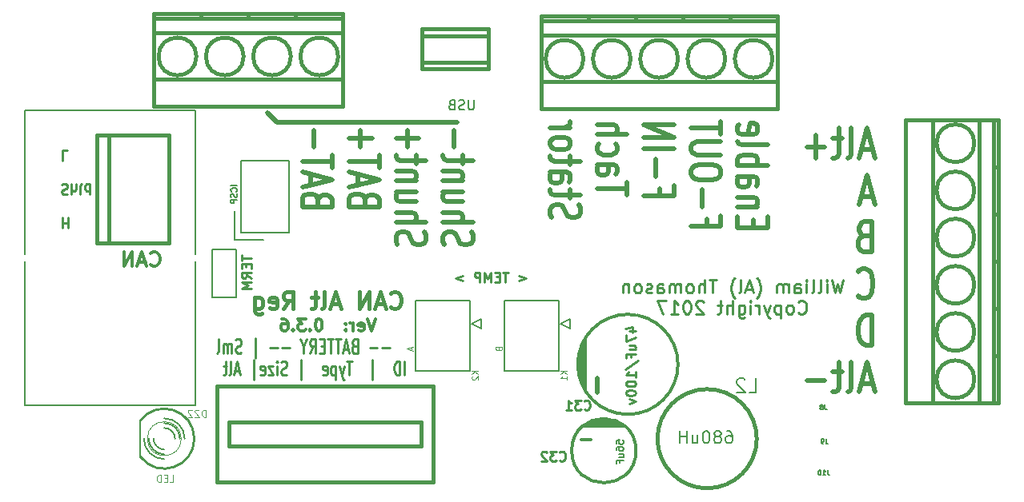
<source format=gbo>
G04 (created by PCBNEW (2013-07-07 BZR 4022)-stable) date 2/4/2017 6:27:51 AM*
%MOIN*%
G04 Gerber Fmt 3.4, Leading zero omitted, Abs format*
%FSLAX34Y34*%
G01*
G70*
G90*
G04 APERTURE LIST*
%ADD10C,0.00590551*%
%ADD11C,0.009*%
%ADD12C,0.012*%
%ADD13C,0.01*%
%ADD14C,0.02*%
%ADD15C,0.0175*%
%ADD16C,0.00787402*%
%ADD17C,0.015*%
%ADD18C,0.005*%
%ADD19C,0.008*%
%ADD20C,0.011811*%
%ADD21C,0.019685*%
%ADD22C,0.003*%
%ADD23C,0.006*%
%ADD24C,0.00625*%
%ADD25C,0.0075*%
%ADD26C,0.0035*%
%ADD27C,0.00393701*%
G04 APERTURE END LIST*
G54D10*
G54D11*
X45677Y-33414D02*
X45365Y-33414D01*
X45170Y-33414D02*
X44857Y-33414D01*
X44213Y-33329D02*
X44154Y-33357D01*
X44135Y-33385D01*
X44115Y-33442D01*
X44115Y-33526D01*
X44135Y-33582D01*
X44154Y-33610D01*
X44193Y-33639D01*
X44350Y-33639D01*
X44350Y-33048D01*
X44213Y-33048D01*
X44174Y-33076D01*
X44154Y-33104D01*
X44135Y-33160D01*
X44135Y-33217D01*
X44154Y-33273D01*
X44174Y-33301D01*
X44213Y-33329D01*
X44350Y-33329D01*
X43959Y-33470D02*
X43764Y-33470D01*
X43998Y-33639D02*
X43861Y-33048D01*
X43725Y-33639D01*
X43647Y-33048D02*
X43412Y-33048D01*
X43529Y-33639D02*
X43529Y-33048D01*
X43334Y-33048D02*
X43100Y-33048D01*
X43217Y-33639D02*
X43217Y-33048D01*
X42963Y-33329D02*
X42827Y-33329D01*
X42768Y-33639D02*
X42963Y-33639D01*
X42963Y-33048D01*
X42768Y-33048D01*
X42358Y-33639D02*
X42495Y-33357D01*
X42592Y-33639D02*
X42592Y-33048D01*
X42436Y-33048D01*
X42397Y-33076D01*
X42378Y-33104D01*
X42358Y-33160D01*
X42358Y-33245D01*
X42378Y-33301D01*
X42397Y-33329D01*
X42436Y-33357D01*
X42592Y-33357D01*
X42104Y-33357D02*
X42104Y-33639D01*
X42241Y-33048D02*
X42104Y-33357D01*
X41968Y-33048D01*
X41519Y-33414D02*
X41206Y-33414D01*
X41011Y-33414D02*
X40699Y-33414D01*
X40093Y-33835D02*
X40093Y-32992D01*
X39508Y-33610D02*
X39449Y-33639D01*
X39351Y-33639D01*
X39312Y-33610D01*
X39293Y-33582D01*
X39273Y-33526D01*
X39273Y-33470D01*
X39293Y-33414D01*
X39312Y-33385D01*
X39351Y-33357D01*
X39429Y-33329D01*
X39469Y-33301D01*
X39488Y-33273D01*
X39508Y-33217D01*
X39508Y-33160D01*
X39488Y-33104D01*
X39469Y-33076D01*
X39429Y-33048D01*
X39332Y-33048D01*
X39273Y-33076D01*
X39098Y-33639D02*
X39098Y-33245D01*
X39098Y-33301D02*
X39078Y-33273D01*
X39039Y-33245D01*
X38980Y-33245D01*
X38941Y-33273D01*
X38922Y-33329D01*
X38922Y-33639D01*
X38922Y-33329D02*
X38902Y-33273D01*
X38863Y-33245D01*
X38805Y-33245D01*
X38766Y-33273D01*
X38746Y-33329D01*
X38746Y-33639D01*
X38492Y-33639D02*
X38531Y-33610D01*
X38551Y-33554D01*
X38551Y-33048D01*
X46302Y-34555D02*
X46302Y-33965D01*
X46107Y-34555D02*
X46107Y-33965D01*
X46009Y-33965D01*
X45950Y-33993D01*
X45911Y-34049D01*
X45892Y-34105D01*
X45872Y-34218D01*
X45872Y-34302D01*
X45892Y-34415D01*
X45911Y-34471D01*
X45950Y-34527D01*
X46009Y-34555D01*
X46107Y-34555D01*
X44974Y-34752D02*
X44974Y-33909D01*
X44115Y-33965D02*
X43881Y-33965D01*
X43998Y-34555D02*
X43998Y-33965D01*
X43783Y-34162D02*
X43686Y-34555D01*
X43588Y-34162D02*
X43686Y-34555D01*
X43725Y-34696D01*
X43744Y-34724D01*
X43783Y-34752D01*
X43432Y-34162D02*
X43432Y-34752D01*
X43432Y-34190D02*
X43393Y-34162D01*
X43315Y-34162D01*
X43276Y-34190D01*
X43256Y-34218D01*
X43237Y-34274D01*
X43237Y-34443D01*
X43256Y-34499D01*
X43276Y-34527D01*
X43315Y-34555D01*
X43393Y-34555D01*
X43432Y-34527D01*
X42905Y-34527D02*
X42944Y-34555D01*
X43022Y-34555D01*
X43061Y-34527D01*
X43080Y-34471D01*
X43080Y-34246D01*
X43061Y-34190D01*
X43022Y-34162D01*
X42944Y-34162D01*
X42905Y-34190D01*
X42885Y-34246D01*
X42885Y-34302D01*
X43080Y-34358D01*
X41987Y-34752D02*
X41987Y-33909D01*
X41401Y-34527D02*
X41343Y-34555D01*
X41245Y-34555D01*
X41206Y-34527D01*
X41187Y-34499D01*
X41167Y-34443D01*
X41167Y-34387D01*
X41187Y-34330D01*
X41206Y-34302D01*
X41245Y-34274D01*
X41323Y-34246D01*
X41362Y-34218D01*
X41382Y-34190D01*
X41401Y-34133D01*
X41401Y-34077D01*
X41382Y-34021D01*
X41362Y-33993D01*
X41323Y-33965D01*
X41226Y-33965D01*
X41167Y-33993D01*
X40991Y-34555D02*
X40991Y-34162D01*
X40991Y-33965D02*
X41011Y-33993D01*
X40991Y-34021D01*
X40972Y-33993D01*
X40991Y-33965D01*
X40991Y-34021D01*
X40835Y-34162D02*
X40620Y-34162D01*
X40835Y-34555D01*
X40620Y-34555D01*
X40308Y-34527D02*
X40347Y-34555D01*
X40425Y-34555D01*
X40464Y-34527D01*
X40484Y-34471D01*
X40484Y-34246D01*
X40464Y-34190D01*
X40425Y-34162D01*
X40347Y-34162D01*
X40308Y-34190D01*
X40289Y-34246D01*
X40289Y-34302D01*
X40484Y-34358D01*
X40015Y-34752D02*
X40015Y-33909D01*
X39429Y-34387D02*
X39234Y-34387D01*
X39469Y-34555D02*
X39332Y-33965D01*
X39195Y-34555D01*
X39000Y-34555D02*
X39039Y-34527D01*
X39059Y-34471D01*
X39059Y-33965D01*
X38902Y-34162D02*
X38746Y-34162D01*
X38844Y-33965D02*
X38844Y-34471D01*
X38824Y-34527D01*
X38785Y-34555D01*
X38746Y-34555D01*
G54D12*
X45088Y-32202D02*
X44921Y-32702D01*
X44754Y-32202D01*
X44397Y-32678D02*
X44445Y-32702D01*
X44540Y-32702D01*
X44588Y-32678D01*
X44611Y-32630D01*
X44611Y-32440D01*
X44588Y-32392D01*
X44540Y-32369D01*
X44445Y-32369D01*
X44397Y-32392D01*
X44373Y-32440D01*
X44373Y-32488D01*
X44611Y-32535D01*
X44159Y-32702D02*
X44159Y-32369D01*
X44159Y-32464D02*
X44135Y-32416D01*
X44111Y-32392D01*
X44064Y-32369D01*
X44016Y-32369D01*
X43850Y-32654D02*
X43826Y-32678D01*
X43850Y-32702D01*
X43873Y-32678D01*
X43850Y-32654D01*
X43850Y-32702D01*
X43850Y-32392D02*
X43826Y-32416D01*
X43850Y-32440D01*
X43873Y-32416D01*
X43850Y-32392D01*
X43850Y-32440D01*
X42754Y-32202D02*
X42707Y-32202D01*
X42659Y-32226D01*
X42635Y-32250D01*
X42611Y-32297D01*
X42588Y-32392D01*
X42588Y-32511D01*
X42611Y-32607D01*
X42635Y-32654D01*
X42659Y-32678D01*
X42707Y-32702D01*
X42754Y-32702D01*
X42802Y-32678D01*
X42826Y-32654D01*
X42850Y-32607D01*
X42873Y-32511D01*
X42873Y-32392D01*
X42850Y-32297D01*
X42826Y-32250D01*
X42802Y-32226D01*
X42754Y-32202D01*
X42373Y-32654D02*
X42350Y-32678D01*
X42373Y-32702D01*
X42397Y-32678D01*
X42373Y-32654D01*
X42373Y-32702D01*
X42183Y-32202D02*
X41873Y-32202D01*
X42040Y-32392D01*
X41969Y-32392D01*
X41921Y-32416D01*
X41897Y-32440D01*
X41873Y-32488D01*
X41873Y-32607D01*
X41897Y-32654D01*
X41921Y-32678D01*
X41969Y-32702D01*
X42111Y-32702D01*
X42159Y-32678D01*
X42183Y-32654D01*
X41659Y-32654D02*
X41635Y-32678D01*
X41659Y-32702D01*
X41683Y-32678D01*
X41659Y-32654D01*
X41659Y-32702D01*
X41207Y-32202D02*
X41302Y-32202D01*
X41350Y-32226D01*
X41373Y-32250D01*
X41421Y-32321D01*
X41445Y-32416D01*
X41445Y-32607D01*
X41421Y-32654D01*
X41397Y-32678D01*
X41350Y-32702D01*
X41254Y-32702D01*
X41207Y-32678D01*
X41183Y-32654D01*
X41159Y-32607D01*
X41159Y-32488D01*
X41183Y-32440D01*
X41207Y-32416D01*
X41254Y-32392D01*
X41350Y-32392D01*
X41397Y-32416D01*
X41421Y-32440D01*
X41445Y-32488D01*
G54D13*
X51061Y-30395D02*
X51366Y-30509D01*
X51061Y-30623D01*
X50623Y-30261D02*
X50395Y-30261D01*
X50509Y-30661D02*
X50509Y-30261D01*
X50261Y-30452D02*
X50128Y-30452D01*
X50071Y-30661D02*
X50261Y-30661D01*
X50261Y-30261D01*
X50071Y-30261D01*
X49900Y-30661D02*
X49900Y-30261D01*
X49766Y-30547D01*
X49633Y-30261D01*
X49633Y-30661D01*
X49442Y-30661D02*
X49442Y-30261D01*
X49290Y-30261D01*
X49252Y-30280D01*
X49233Y-30300D01*
X49214Y-30338D01*
X49214Y-30395D01*
X49233Y-30433D01*
X49252Y-30452D01*
X49290Y-30471D01*
X49442Y-30471D01*
X48738Y-30395D02*
X48433Y-30509D01*
X48738Y-30623D01*
G54D14*
X41000Y-24000D02*
X40600Y-23600D01*
X48500Y-24000D02*
X41000Y-24000D01*
G54D13*
X64559Y-30572D02*
X64428Y-31122D01*
X64323Y-30729D01*
X64219Y-31122D01*
X64088Y-30572D01*
X63878Y-31122D02*
X63878Y-30755D01*
X63878Y-30572D02*
X63904Y-30598D01*
X63878Y-30625D01*
X63852Y-30598D01*
X63878Y-30572D01*
X63878Y-30625D01*
X63538Y-31122D02*
X63590Y-31096D01*
X63616Y-31044D01*
X63616Y-30572D01*
X63250Y-31122D02*
X63302Y-31096D01*
X63328Y-31044D01*
X63328Y-30572D01*
X63040Y-31122D02*
X63040Y-30755D01*
X63040Y-30572D02*
X63066Y-30598D01*
X63040Y-30625D01*
X63014Y-30598D01*
X63040Y-30572D01*
X63040Y-30625D01*
X62542Y-31122D02*
X62542Y-30834D01*
X62569Y-30782D01*
X62621Y-30755D01*
X62726Y-30755D01*
X62778Y-30782D01*
X62542Y-31096D02*
X62595Y-31122D01*
X62726Y-31122D01*
X62778Y-31096D01*
X62804Y-31044D01*
X62804Y-30991D01*
X62778Y-30939D01*
X62726Y-30913D01*
X62595Y-30913D01*
X62542Y-30886D01*
X62280Y-31122D02*
X62280Y-30755D01*
X62280Y-30808D02*
X62254Y-30782D01*
X62202Y-30755D01*
X62123Y-30755D01*
X62071Y-30782D01*
X62045Y-30834D01*
X62045Y-31122D01*
X62045Y-30834D02*
X62019Y-30782D01*
X61966Y-30755D01*
X61888Y-30755D01*
X61835Y-30782D01*
X61809Y-30834D01*
X61809Y-31122D01*
X60971Y-31332D02*
X60997Y-31305D01*
X61050Y-31227D01*
X61076Y-31175D01*
X61102Y-31096D01*
X61128Y-30965D01*
X61128Y-30860D01*
X61102Y-30729D01*
X61076Y-30651D01*
X61050Y-30598D01*
X60997Y-30520D01*
X60971Y-30494D01*
X60788Y-30965D02*
X60526Y-30965D01*
X60840Y-31122D02*
X60657Y-30572D01*
X60473Y-31122D01*
X60211Y-31122D02*
X60264Y-31096D01*
X60290Y-31044D01*
X60290Y-30572D01*
X60054Y-31332D02*
X60028Y-31305D01*
X59976Y-31227D01*
X59949Y-31175D01*
X59923Y-31096D01*
X59897Y-30965D01*
X59897Y-30860D01*
X59923Y-30729D01*
X59949Y-30651D01*
X59976Y-30598D01*
X60028Y-30520D01*
X60054Y-30494D01*
X59295Y-30572D02*
X58980Y-30572D01*
X59138Y-31122D02*
X59138Y-30572D01*
X58797Y-31122D02*
X58797Y-30572D01*
X58561Y-31122D02*
X58561Y-30834D01*
X58588Y-30782D01*
X58640Y-30755D01*
X58719Y-30755D01*
X58771Y-30782D01*
X58797Y-30808D01*
X58221Y-31122D02*
X58273Y-31096D01*
X58300Y-31070D01*
X58326Y-31017D01*
X58326Y-30860D01*
X58300Y-30808D01*
X58273Y-30782D01*
X58221Y-30755D01*
X58142Y-30755D01*
X58090Y-30782D01*
X58064Y-30808D01*
X58038Y-30860D01*
X58038Y-31017D01*
X58064Y-31070D01*
X58090Y-31096D01*
X58142Y-31122D01*
X58221Y-31122D01*
X57802Y-31122D02*
X57802Y-30755D01*
X57802Y-30808D02*
X57776Y-30782D01*
X57723Y-30755D01*
X57645Y-30755D01*
X57592Y-30782D01*
X57566Y-30834D01*
X57566Y-31122D01*
X57566Y-30834D02*
X57540Y-30782D01*
X57488Y-30755D01*
X57409Y-30755D01*
X57357Y-30782D01*
X57330Y-30834D01*
X57330Y-31122D01*
X56833Y-31122D02*
X56833Y-30834D01*
X56859Y-30782D01*
X56911Y-30755D01*
X57016Y-30755D01*
X57069Y-30782D01*
X56833Y-31096D02*
X56885Y-31122D01*
X57016Y-31122D01*
X57069Y-31096D01*
X57095Y-31044D01*
X57095Y-30991D01*
X57069Y-30939D01*
X57016Y-30913D01*
X56885Y-30913D01*
X56833Y-30886D01*
X56597Y-31096D02*
X56545Y-31122D01*
X56440Y-31122D01*
X56388Y-31096D01*
X56361Y-31044D01*
X56361Y-31017D01*
X56388Y-30965D01*
X56440Y-30939D01*
X56519Y-30939D01*
X56571Y-30913D01*
X56597Y-30860D01*
X56597Y-30834D01*
X56571Y-30782D01*
X56519Y-30755D01*
X56440Y-30755D01*
X56388Y-30782D01*
X56047Y-31122D02*
X56100Y-31096D01*
X56126Y-31070D01*
X56152Y-31017D01*
X56152Y-30860D01*
X56126Y-30808D01*
X56100Y-30782D01*
X56047Y-30755D01*
X55969Y-30755D01*
X55916Y-30782D01*
X55890Y-30808D01*
X55864Y-30860D01*
X55864Y-31017D01*
X55890Y-31070D01*
X55916Y-31096D01*
X55969Y-31122D01*
X56047Y-31122D01*
X55628Y-30755D02*
X55628Y-31122D01*
X55628Y-30808D02*
X55602Y-30782D01*
X55550Y-30755D01*
X55471Y-30755D01*
X55419Y-30782D01*
X55392Y-30834D01*
X55392Y-31122D01*
X62699Y-31940D02*
X62726Y-31966D01*
X62804Y-31992D01*
X62857Y-31992D01*
X62935Y-31966D01*
X62988Y-31914D01*
X63014Y-31861D01*
X63040Y-31756D01*
X63040Y-31678D01*
X63014Y-31573D01*
X62988Y-31521D01*
X62935Y-31468D01*
X62857Y-31442D01*
X62804Y-31442D01*
X62726Y-31468D01*
X62699Y-31495D01*
X62385Y-31992D02*
X62438Y-31966D01*
X62464Y-31940D01*
X62490Y-31887D01*
X62490Y-31730D01*
X62464Y-31678D01*
X62438Y-31652D01*
X62385Y-31625D01*
X62307Y-31625D01*
X62254Y-31652D01*
X62228Y-31678D01*
X62202Y-31730D01*
X62202Y-31887D01*
X62228Y-31940D01*
X62254Y-31966D01*
X62307Y-31992D01*
X62385Y-31992D01*
X61966Y-31625D02*
X61966Y-32175D01*
X61966Y-31652D02*
X61914Y-31625D01*
X61809Y-31625D01*
X61757Y-31652D01*
X61730Y-31678D01*
X61704Y-31730D01*
X61704Y-31887D01*
X61730Y-31940D01*
X61757Y-31966D01*
X61809Y-31992D01*
X61914Y-31992D01*
X61966Y-31966D01*
X61521Y-31625D02*
X61390Y-31992D01*
X61259Y-31625D02*
X61390Y-31992D01*
X61442Y-32123D01*
X61469Y-32149D01*
X61521Y-32175D01*
X61050Y-31992D02*
X61050Y-31625D01*
X61050Y-31730D02*
X61023Y-31678D01*
X60997Y-31652D01*
X60945Y-31625D01*
X60892Y-31625D01*
X60709Y-31992D02*
X60709Y-31625D01*
X60709Y-31442D02*
X60735Y-31468D01*
X60709Y-31495D01*
X60683Y-31468D01*
X60709Y-31442D01*
X60709Y-31495D01*
X60211Y-31625D02*
X60211Y-32071D01*
X60238Y-32123D01*
X60264Y-32149D01*
X60316Y-32175D01*
X60395Y-32175D01*
X60447Y-32149D01*
X60211Y-31966D02*
X60264Y-31992D01*
X60369Y-31992D01*
X60421Y-31966D01*
X60447Y-31940D01*
X60473Y-31887D01*
X60473Y-31730D01*
X60447Y-31678D01*
X60421Y-31652D01*
X60369Y-31625D01*
X60264Y-31625D01*
X60211Y-31652D01*
X59950Y-31992D02*
X59950Y-31442D01*
X59714Y-31992D02*
X59714Y-31704D01*
X59740Y-31652D01*
X59792Y-31625D01*
X59871Y-31625D01*
X59923Y-31652D01*
X59950Y-31678D01*
X59530Y-31625D02*
X59321Y-31625D01*
X59452Y-31442D02*
X59452Y-31914D01*
X59426Y-31966D01*
X59373Y-31992D01*
X59321Y-31992D01*
X58745Y-31495D02*
X58719Y-31468D01*
X58666Y-31442D01*
X58535Y-31442D01*
X58483Y-31468D01*
X58457Y-31495D01*
X58430Y-31547D01*
X58430Y-31599D01*
X58457Y-31678D01*
X58771Y-31992D01*
X58430Y-31992D01*
X58090Y-31442D02*
X58038Y-31442D01*
X57985Y-31468D01*
X57959Y-31495D01*
X57933Y-31547D01*
X57907Y-31652D01*
X57907Y-31783D01*
X57933Y-31887D01*
X57959Y-31940D01*
X57985Y-31966D01*
X58038Y-31992D01*
X58090Y-31992D01*
X58142Y-31966D01*
X58169Y-31940D01*
X58195Y-31887D01*
X58221Y-31783D01*
X58221Y-31652D01*
X58195Y-31547D01*
X58169Y-31495D01*
X58142Y-31468D01*
X58090Y-31442D01*
X57383Y-31992D02*
X57697Y-31992D01*
X57540Y-31992D02*
X57540Y-31442D01*
X57592Y-31521D01*
X57645Y-31573D01*
X57697Y-31599D01*
X57200Y-31442D02*
X56833Y-31442D01*
X57069Y-31992D01*
G54D14*
X47953Y-29121D02*
X47894Y-28985D01*
X47894Y-28759D01*
X47953Y-28669D01*
X48013Y-28623D01*
X48132Y-28578D01*
X48251Y-28578D01*
X48370Y-28623D01*
X48429Y-28669D01*
X48489Y-28759D01*
X48548Y-28940D01*
X48608Y-29030D01*
X48667Y-29076D01*
X48786Y-29121D01*
X48905Y-29121D01*
X49025Y-29076D01*
X49084Y-29030D01*
X49144Y-28940D01*
X49144Y-28714D01*
X49084Y-28578D01*
X47894Y-28171D02*
X49144Y-28171D01*
X47894Y-27764D02*
X48548Y-27764D01*
X48667Y-27809D01*
X48727Y-27899D01*
X48727Y-28035D01*
X48667Y-28126D01*
X48608Y-28171D01*
X48727Y-26904D02*
X47894Y-26904D01*
X48727Y-27311D02*
X48072Y-27311D01*
X47953Y-27266D01*
X47894Y-27176D01*
X47894Y-27040D01*
X47953Y-26949D01*
X48013Y-26904D01*
X48727Y-26452D02*
X47894Y-26452D01*
X48608Y-26452D02*
X48667Y-26407D01*
X48727Y-26316D01*
X48727Y-26180D01*
X48667Y-26090D01*
X48548Y-26045D01*
X47894Y-26045D01*
X48727Y-25728D02*
X48727Y-25366D01*
X49144Y-25592D02*
X48072Y-25592D01*
X47953Y-25547D01*
X47894Y-25457D01*
X47894Y-25366D01*
X48370Y-25050D02*
X48370Y-24326D01*
X46003Y-29121D02*
X45944Y-28985D01*
X45944Y-28759D01*
X46003Y-28669D01*
X46063Y-28623D01*
X46182Y-28578D01*
X46301Y-28578D01*
X46420Y-28623D01*
X46479Y-28669D01*
X46539Y-28759D01*
X46598Y-28940D01*
X46658Y-29030D01*
X46717Y-29076D01*
X46836Y-29121D01*
X46955Y-29121D01*
X47075Y-29076D01*
X47134Y-29030D01*
X47194Y-28940D01*
X47194Y-28714D01*
X47134Y-28578D01*
X45944Y-28171D02*
X47194Y-28171D01*
X45944Y-27764D02*
X46598Y-27764D01*
X46717Y-27809D01*
X46777Y-27899D01*
X46777Y-28035D01*
X46717Y-28126D01*
X46658Y-28171D01*
X46777Y-26904D02*
X45944Y-26904D01*
X46777Y-27311D02*
X46122Y-27311D01*
X46003Y-27266D01*
X45944Y-27176D01*
X45944Y-27040D01*
X46003Y-26949D01*
X46063Y-26904D01*
X46777Y-26452D02*
X45944Y-26452D01*
X46658Y-26452D02*
X46717Y-26407D01*
X46777Y-26316D01*
X46777Y-26180D01*
X46717Y-26090D01*
X46598Y-26045D01*
X45944Y-26045D01*
X46777Y-25728D02*
X46777Y-25366D01*
X47194Y-25592D02*
X46122Y-25592D01*
X46003Y-25547D01*
X45944Y-25457D01*
X45944Y-25366D01*
X46420Y-25050D02*
X46420Y-24326D01*
X45944Y-24688D02*
X46896Y-24688D01*
X44648Y-27221D02*
X44589Y-27085D01*
X44529Y-27040D01*
X44410Y-26995D01*
X44232Y-26995D01*
X44113Y-27040D01*
X44053Y-27085D01*
X43994Y-27176D01*
X43994Y-27538D01*
X45244Y-27538D01*
X45244Y-27221D01*
X45184Y-27130D01*
X45125Y-27085D01*
X45005Y-27040D01*
X44886Y-27040D01*
X44767Y-27085D01*
X44708Y-27130D01*
X44648Y-27221D01*
X44648Y-27538D01*
X44351Y-26633D02*
X44351Y-26180D01*
X43994Y-26723D02*
X45244Y-26407D01*
X43994Y-26090D01*
X45244Y-25909D02*
X45244Y-25366D01*
X43994Y-25638D02*
X45244Y-25638D01*
X44470Y-25050D02*
X44470Y-24326D01*
X43994Y-24688D02*
X44946Y-24688D01*
X42698Y-27221D02*
X42639Y-27085D01*
X42579Y-27040D01*
X42460Y-26995D01*
X42282Y-26995D01*
X42163Y-27040D01*
X42103Y-27085D01*
X42044Y-27176D01*
X42044Y-27538D01*
X43294Y-27538D01*
X43294Y-27221D01*
X43234Y-27130D01*
X43175Y-27085D01*
X43055Y-27040D01*
X42936Y-27040D01*
X42817Y-27085D01*
X42758Y-27130D01*
X42698Y-27221D01*
X42698Y-27538D01*
X42401Y-26633D02*
X42401Y-26180D01*
X42044Y-26723D02*
X43294Y-26407D01*
X42044Y-26090D01*
X43294Y-25909D02*
X43294Y-25366D01*
X42044Y-25638D02*
X43294Y-25638D01*
X42520Y-25050D02*
X42520Y-24326D01*
X60828Y-28393D02*
X60828Y-28077D01*
X60174Y-27941D02*
X60174Y-28393D01*
X61424Y-28393D01*
X61424Y-27941D01*
X61007Y-27534D02*
X60174Y-27534D01*
X60888Y-27534D02*
X60947Y-27489D01*
X61007Y-27398D01*
X61007Y-27262D01*
X60947Y-27172D01*
X60828Y-27127D01*
X60174Y-27127D01*
X60174Y-26267D02*
X60828Y-26267D01*
X60947Y-26312D01*
X61007Y-26403D01*
X61007Y-26584D01*
X60947Y-26674D01*
X60233Y-26267D02*
X60174Y-26358D01*
X60174Y-26584D01*
X60233Y-26674D01*
X60352Y-26719D01*
X60471Y-26719D01*
X60590Y-26674D01*
X60650Y-26584D01*
X60650Y-26358D01*
X60709Y-26267D01*
X60174Y-25815D02*
X61424Y-25815D01*
X60947Y-25815D02*
X61007Y-25724D01*
X61007Y-25543D01*
X60947Y-25453D01*
X60888Y-25408D01*
X60769Y-25362D01*
X60412Y-25362D01*
X60293Y-25408D01*
X60233Y-25453D01*
X60174Y-25543D01*
X60174Y-25724D01*
X60233Y-25815D01*
X60174Y-24820D02*
X60233Y-24910D01*
X60352Y-24955D01*
X61424Y-24955D01*
X60233Y-24096D02*
X60174Y-24186D01*
X60174Y-24367D01*
X60233Y-24458D01*
X60352Y-24503D01*
X60828Y-24503D01*
X60947Y-24458D01*
X61007Y-24367D01*
X61007Y-24186D01*
X60947Y-24096D01*
X60828Y-24050D01*
X60709Y-24050D01*
X60590Y-24503D01*
X58878Y-28031D02*
X58878Y-28348D01*
X58224Y-28348D02*
X59474Y-28348D01*
X59474Y-27896D01*
X58700Y-27534D02*
X58700Y-26810D01*
X59474Y-26177D02*
X59474Y-25996D01*
X59414Y-25905D01*
X59295Y-25815D01*
X59057Y-25770D01*
X58640Y-25770D01*
X58402Y-25815D01*
X58283Y-25905D01*
X58224Y-25996D01*
X58224Y-26177D01*
X58283Y-26267D01*
X58402Y-26358D01*
X58640Y-26403D01*
X59057Y-26403D01*
X59295Y-26358D01*
X59414Y-26267D01*
X59474Y-26177D01*
X59474Y-25362D02*
X58462Y-25362D01*
X58343Y-25317D01*
X58283Y-25272D01*
X58224Y-25181D01*
X58224Y-25000D01*
X58283Y-24910D01*
X58343Y-24865D01*
X58462Y-24820D01*
X59474Y-24820D01*
X59474Y-24503D02*
X59474Y-23960D01*
X58224Y-24231D02*
X59474Y-24231D01*
X56928Y-26765D02*
X56928Y-27081D01*
X56274Y-27081D02*
X57524Y-27081D01*
X57524Y-26629D01*
X56750Y-26267D02*
X56750Y-25543D01*
X56274Y-25091D02*
X57524Y-25091D01*
X56274Y-24639D02*
X57524Y-24639D01*
X56274Y-24096D01*
X57524Y-24096D01*
X55574Y-27036D02*
X55574Y-26493D01*
X54324Y-26765D02*
X55574Y-26765D01*
X54324Y-25769D02*
X54978Y-25769D01*
X55097Y-25815D01*
X55157Y-25905D01*
X55157Y-26086D01*
X55097Y-26177D01*
X54383Y-25769D02*
X54324Y-25860D01*
X54324Y-26086D01*
X54383Y-26177D01*
X54502Y-26222D01*
X54621Y-26222D01*
X54740Y-26177D01*
X54800Y-26086D01*
X54800Y-25860D01*
X54859Y-25769D01*
X54383Y-24910D02*
X54324Y-25000D01*
X54324Y-25181D01*
X54383Y-25272D01*
X54443Y-25317D01*
X54562Y-25362D01*
X54919Y-25362D01*
X55038Y-25317D01*
X55097Y-25272D01*
X55157Y-25181D01*
X55157Y-25000D01*
X55097Y-24910D01*
X54324Y-24503D02*
X55574Y-24503D01*
X54324Y-24096D02*
X54978Y-24096D01*
X55097Y-24141D01*
X55157Y-24231D01*
X55157Y-24367D01*
X55097Y-24458D01*
X55038Y-24503D01*
X52433Y-27986D02*
X52374Y-27850D01*
X52374Y-27624D01*
X52433Y-27534D01*
X52493Y-27489D01*
X52612Y-27443D01*
X52731Y-27443D01*
X52850Y-27489D01*
X52909Y-27534D01*
X52969Y-27624D01*
X53028Y-27805D01*
X53088Y-27896D01*
X53147Y-27941D01*
X53266Y-27986D01*
X53385Y-27986D01*
X53505Y-27941D01*
X53564Y-27896D01*
X53624Y-27805D01*
X53624Y-27579D01*
X53564Y-27443D01*
X53207Y-27172D02*
X53207Y-26810D01*
X53624Y-27036D02*
X52552Y-27036D01*
X52433Y-26991D01*
X52374Y-26900D01*
X52374Y-26810D01*
X52374Y-26086D02*
X53028Y-26086D01*
X53147Y-26131D01*
X53207Y-26222D01*
X53207Y-26403D01*
X53147Y-26493D01*
X52433Y-26086D02*
X52374Y-26177D01*
X52374Y-26403D01*
X52433Y-26493D01*
X52552Y-26539D01*
X52671Y-26539D01*
X52790Y-26493D01*
X52850Y-26403D01*
X52850Y-26177D01*
X52909Y-26086D01*
X53207Y-25769D02*
X53207Y-25408D01*
X53624Y-25634D02*
X52552Y-25634D01*
X52433Y-25589D01*
X52374Y-25498D01*
X52374Y-25408D01*
X52374Y-24955D02*
X52433Y-25046D01*
X52493Y-25091D01*
X52612Y-25136D01*
X52969Y-25136D01*
X53088Y-25091D01*
X53147Y-25046D01*
X53207Y-24955D01*
X53207Y-24820D01*
X53147Y-24729D01*
X53088Y-24684D01*
X52969Y-24639D01*
X52612Y-24639D01*
X52493Y-24684D01*
X52433Y-24729D01*
X52374Y-24820D01*
X52374Y-24955D01*
X52374Y-24231D02*
X53207Y-24231D01*
X52969Y-24231D02*
X53088Y-24186D01*
X53147Y-24141D01*
X53207Y-24050D01*
X53207Y-23960D01*
X65809Y-25148D02*
X65333Y-25148D01*
X65904Y-25505D02*
X65571Y-24255D01*
X65238Y-25505D01*
X64761Y-25505D02*
X64857Y-25446D01*
X64904Y-25327D01*
X64904Y-24255D01*
X64523Y-24672D02*
X64142Y-24672D01*
X64380Y-24255D02*
X64380Y-25327D01*
X64333Y-25446D01*
X64238Y-25505D01*
X64142Y-25505D01*
X63809Y-25029D02*
X63047Y-25029D01*
X63428Y-25505D02*
X63428Y-24553D01*
X65809Y-27098D02*
X65333Y-27098D01*
X65904Y-27455D02*
X65571Y-26205D01*
X65238Y-27455D01*
X65428Y-28751D02*
X65285Y-28810D01*
X65238Y-28870D01*
X65190Y-28989D01*
X65190Y-29167D01*
X65238Y-29286D01*
X65285Y-29346D01*
X65380Y-29405D01*
X65761Y-29405D01*
X65761Y-28155D01*
X65428Y-28155D01*
X65333Y-28215D01*
X65285Y-28275D01*
X65238Y-28394D01*
X65238Y-28513D01*
X65285Y-28632D01*
X65333Y-28691D01*
X65428Y-28751D01*
X65761Y-28751D01*
X65190Y-31236D02*
X65238Y-31296D01*
X65380Y-31355D01*
X65476Y-31355D01*
X65619Y-31296D01*
X65714Y-31177D01*
X65761Y-31058D01*
X65809Y-30820D01*
X65809Y-30641D01*
X65761Y-30403D01*
X65714Y-30284D01*
X65619Y-30165D01*
X65476Y-30105D01*
X65380Y-30105D01*
X65238Y-30165D01*
X65190Y-30225D01*
X65761Y-33305D02*
X65761Y-32055D01*
X65523Y-32055D01*
X65380Y-32115D01*
X65285Y-32234D01*
X65238Y-32353D01*
X65190Y-32591D01*
X65190Y-32770D01*
X65238Y-33008D01*
X65285Y-33127D01*
X65380Y-33246D01*
X65523Y-33305D01*
X65761Y-33305D01*
X65809Y-34898D02*
X65333Y-34898D01*
X65904Y-35255D02*
X65571Y-34005D01*
X65238Y-35255D01*
X64761Y-35255D02*
X64857Y-35196D01*
X64904Y-35077D01*
X64904Y-34005D01*
X64523Y-34422D02*
X64142Y-34422D01*
X64380Y-34005D02*
X64380Y-35077D01*
X64333Y-35196D01*
X64238Y-35255D01*
X64142Y-35255D01*
X63809Y-34779D02*
X63047Y-34779D01*
G54D15*
X45733Y-31716D02*
X45766Y-31750D01*
X45866Y-31783D01*
X45933Y-31783D01*
X46033Y-31750D01*
X46100Y-31683D01*
X46133Y-31616D01*
X46166Y-31483D01*
X46166Y-31383D01*
X46133Y-31250D01*
X46100Y-31183D01*
X46033Y-31116D01*
X45933Y-31083D01*
X45866Y-31083D01*
X45766Y-31116D01*
X45733Y-31150D01*
X45466Y-31583D02*
X45133Y-31583D01*
X45533Y-31783D02*
X45300Y-31083D01*
X45066Y-31783D01*
X44833Y-31783D02*
X44833Y-31083D01*
X44433Y-31783D01*
X44433Y-31083D01*
X43599Y-31583D02*
X43266Y-31583D01*
X43666Y-31783D02*
X43433Y-31083D01*
X43199Y-31783D01*
X42866Y-31783D02*
X42933Y-31750D01*
X42966Y-31683D01*
X42966Y-31083D01*
X42700Y-31316D02*
X42433Y-31316D01*
X42600Y-31083D02*
X42600Y-31683D01*
X42566Y-31750D01*
X42500Y-31783D01*
X42433Y-31783D01*
X41266Y-31783D02*
X41499Y-31450D01*
X41666Y-31783D02*
X41666Y-31083D01*
X41399Y-31083D01*
X41333Y-31116D01*
X41299Y-31150D01*
X41266Y-31216D01*
X41266Y-31316D01*
X41299Y-31383D01*
X41333Y-31416D01*
X41399Y-31450D01*
X41666Y-31450D01*
X40699Y-31750D02*
X40766Y-31783D01*
X40899Y-31783D01*
X40966Y-31750D01*
X40999Y-31683D01*
X40999Y-31416D01*
X40966Y-31350D01*
X40899Y-31316D01*
X40766Y-31316D01*
X40699Y-31350D01*
X40666Y-31416D01*
X40666Y-31483D01*
X40999Y-31550D01*
X40066Y-31316D02*
X40066Y-31883D01*
X40099Y-31950D01*
X40133Y-31983D01*
X40199Y-32016D01*
X40299Y-32016D01*
X40366Y-31983D01*
X40066Y-31750D02*
X40133Y-31783D01*
X40266Y-31783D01*
X40333Y-31750D01*
X40366Y-31716D01*
X40399Y-31650D01*
X40399Y-31450D01*
X40366Y-31383D01*
X40333Y-31350D01*
X40266Y-31316D01*
X40133Y-31316D01*
X40066Y-31350D01*
G54D13*
X32061Y-27985D02*
X32061Y-28415D01*
X32061Y-28211D02*
X32289Y-28211D01*
X32289Y-27985D02*
X32289Y-28415D01*
X32042Y-26602D02*
X32099Y-26581D01*
X32194Y-26581D01*
X32232Y-26602D01*
X32251Y-26622D01*
X32270Y-26663D01*
X32270Y-26704D01*
X32251Y-26745D01*
X32232Y-26766D01*
X32194Y-26786D01*
X32118Y-26807D01*
X32080Y-26827D01*
X32061Y-26848D01*
X32042Y-26889D01*
X32042Y-26930D01*
X32061Y-26971D01*
X32080Y-26991D01*
X32118Y-27011D01*
X32213Y-27011D01*
X32270Y-26991D01*
X32442Y-26581D02*
X32442Y-27011D01*
X32613Y-26581D02*
X32613Y-26807D01*
X32594Y-26848D01*
X32556Y-26868D01*
X32499Y-26868D01*
X32461Y-26848D01*
X32442Y-26827D01*
X32861Y-26581D02*
X32823Y-26602D01*
X32804Y-26643D01*
X32804Y-27011D01*
X33185Y-26581D02*
X33185Y-27011D01*
X33185Y-26602D02*
X33146Y-26581D01*
X33070Y-26581D01*
X33032Y-26602D01*
X33013Y-26622D01*
X32994Y-26663D01*
X32994Y-26786D01*
X33013Y-26827D01*
X33032Y-26848D01*
X33070Y-26868D01*
X33146Y-26868D01*
X33185Y-26848D01*
X32251Y-25177D02*
X32061Y-25177D01*
X32061Y-25607D01*
G54D16*
X39220Y-28920D02*
X40420Y-28920D01*
X39220Y-27720D02*
X39220Y-28920D01*
G54D17*
X47022Y-21493D02*
X49777Y-21493D01*
X49777Y-21493D02*
X49777Y-20115D01*
X49777Y-20115D02*
X47022Y-20115D01*
X47022Y-20115D02*
X47022Y-21493D01*
G54D18*
X30500Y-29500D02*
X30500Y-23500D01*
X30500Y-23500D02*
X37600Y-23500D01*
X37600Y-23500D02*
X37600Y-29500D01*
X30500Y-35800D02*
X30500Y-29800D01*
X37600Y-29800D02*
X37600Y-35800D01*
X37600Y-35800D02*
X30500Y-35800D01*
G54D19*
X39500Y-25600D02*
X39500Y-28600D01*
X41500Y-28600D02*
X41500Y-25600D01*
X41500Y-25600D02*
X39500Y-25600D01*
X39500Y-28600D02*
X41500Y-28600D01*
G54D12*
X55426Y-36676D02*
X53773Y-36676D01*
X55308Y-36597D02*
X53891Y-36597D01*
X55151Y-36518D02*
X54048Y-36518D01*
X54914Y-36440D02*
X54245Y-36440D01*
X55938Y-37700D02*
G75*
G03X55938Y-37700I-1338J0D01*
G74*
G01*
G54D20*
X54048Y-37227D02*
X53655Y-37227D01*
G54D17*
X70026Y-34721D02*
G75*
G03X70026Y-34721I-787J0D01*
G74*
G01*
X70814Y-33737D02*
X71011Y-33737D01*
X70814Y-31768D02*
X71011Y-31768D01*
X70026Y-32752D02*
G75*
G03X70026Y-32752I-787J0D01*
G74*
G01*
X70814Y-29800D02*
X71011Y-29800D01*
X70026Y-30784D02*
G75*
G03X70026Y-30784I-787J0D01*
G74*
G01*
X70026Y-28815D02*
G75*
G03X70026Y-28815I-787J0D01*
G74*
G01*
X70814Y-27831D02*
X71011Y-27831D01*
X70814Y-25862D02*
X71011Y-25862D01*
X70026Y-26847D02*
G75*
G03X70026Y-26847I-787J0D01*
G74*
G01*
X70026Y-24878D02*
G75*
G03X70026Y-24878I-787J0D01*
G74*
G01*
X70223Y-23894D02*
X70223Y-35705D01*
X68294Y-23894D02*
X68294Y-35705D01*
X70814Y-23894D02*
X70814Y-35705D01*
X71011Y-23894D02*
X71011Y-35705D01*
X71011Y-35705D02*
X67152Y-35705D01*
X67152Y-35705D02*
X67152Y-23894D01*
X67152Y-23894D02*
X71011Y-23894D01*
G54D12*
X53828Y-33037D02*
X53828Y-35162D01*
X53749Y-35005D02*
X53749Y-33194D01*
X53670Y-34848D02*
X53670Y-33351D01*
X53592Y-33588D02*
X53592Y-34611D01*
X57686Y-34100D02*
G75*
G03X57686Y-34100I-2086J0D01*
G74*
G01*
G54D21*
X54320Y-34690D02*
X54320Y-35281D01*
G54D17*
X47500Y-39000D02*
X38500Y-39000D01*
X38500Y-39000D02*
X38500Y-35000D01*
X38500Y-35000D02*
X47500Y-35000D01*
X47500Y-35000D02*
X47500Y-39000D01*
X47000Y-36500D02*
X39000Y-36500D01*
X39000Y-36500D02*
X39000Y-37500D01*
X39000Y-37500D02*
X47000Y-37500D01*
X47000Y-37500D02*
X47000Y-36500D01*
G54D19*
X35280Y-37950D02*
X35280Y-36450D01*
G54D22*
X37007Y-37200D02*
G75*
G03X37007Y-37200I-707J0D01*
G74*
G01*
G54D13*
X35300Y-36449D02*
G75*
G02X35300Y-37950I999J-750D01*
G74*
G01*
G54D23*
X36300Y-36750D02*
G75*
G02X36750Y-37200I0J-450D01*
G74*
G01*
X36300Y-37650D02*
G75*
G02X35850Y-37200I0J450D01*
G74*
G01*
X36300Y-36550D02*
G75*
G02X36950Y-37200I0J-650D01*
G74*
G01*
X36300Y-37850D02*
G75*
G02X35650Y-37200I0J650D01*
G74*
G01*
X36300Y-36350D02*
G75*
G02X37150Y-37200I0J-850D01*
G74*
G01*
X36300Y-38050D02*
G75*
G02X35450Y-37200I0J850D01*
G74*
G01*
G54D17*
X41768Y-19685D02*
X41768Y-19488D01*
X43540Y-21260D02*
G75*
G03X43540Y-21260I-787J0D01*
G74*
G01*
X41571Y-21260D02*
G75*
G03X41571Y-21260I-787J0D01*
G74*
G01*
X39800Y-19685D02*
X39800Y-19488D01*
X37831Y-19685D02*
X37831Y-19488D01*
X39603Y-21260D02*
G75*
G03X39603Y-21260I-787J0D01*
G74*
G01*
X37634Y-21260D02*
G75*
G03X37634Y-21260I-787J0D01*
G74*
G01*
X35862Y-20276D02*
X43737Y-20276D01*
X35862Y-22205D02*
X43737Y-22205D01*
X35862Y-19685D02*
X43737Y-19685D01*
X35862Y-19488D02*
X43737Y-19488D01*
X43737Y-19488D02*
X43737Y-23347D01*
X43737Y-23347D02*
X35862Y-23347D01*
X35862Y-23347D02*
X35862Y-19488D01*
X34000Y-29050D02*
X34000Y-24550D01*
X36500Y-29050D02*
X33500Y-29050D01*
X33500Y-29050D02*
X33500Y-24550D01*
X33500Y-24550D02*
X36500Y-24550D01*
X36500Y-24550D02*
X36500Y-29050D01*
X59852Y-19785D02*
X59852Y-19588D01*
X61624Y-21360D02*
G75*
G03X61624Y-21360I-787J0D01*
G74*
G01*
X57884Y-19785D02*
X57884Y-19588D01*
X59655Y-21360D02*
G75*
G03X59655Y-21360I-787J0D01*
G74*
G01*
X57687Y-21360D02*
G75*
G03X57687Y-21360I-787J0D01*
G74*
G01*
X55915Y-19785D02*
X55915Y-19588D01*
X53947Y-19785D02*
X53947Y-19588D01*
X55718Y-21360D02*
G75*
G03X55718Y-21360I-787J0D01*
G74*
G01*
X53750Y-21360D02*
G75*
G03X53750Y-21360I-787J0D01*
G74*
G01*
X51978Y-20376D02*
X61821Y-20376D01*
X51978Y-22305D02*
X61821Y-22305D01*
X51978Y-19785D02*
X61821Y-19785D01*
X51978Y-19588D02*
X61821Y-19588D01*
X61821Y-19588D02*
X61821Y-23447D01*
X61821Y-23447D02*
X51978Y-23447D01*
X51978Y-23447D02*
X51978Y-19588D01*
G54D23*
X39300Y-29300D02*
X38300Y-29300D01*
X38300Y-29300D02*
X38300Y-31300D01*
X38300Y-31300D02*
X39300Y-31300D01*
X39300Y-31300D02*
X39300Y-29300D01*
G54D17*
X60967Y-37200D02*
G75*
G03X60967Y-37200I-2067J0D01*
G74*
G01*
X47022Y-21788D02*
X49777Y-21788D01*
X49777Y-21788D02*
X49777Y-20411D01*
X49777Y-20411D02*
X47022Y-20411D01*
X47022Y-20411D02*
X47022Y-21788D01*
G54D10*
X52784Y-32400D02*
X53177Y-32203D01*
X53177Y-32203D02*
X53177Y-32596D01*
X53177Y-32596D02*
X52784Y-32400D01*
X50461Y-31435D02*
X50461Y-34364D01*
X52725Y-34364D02*
X50461Y-34364D01*
X52725Y-34364D02*
X52725Y-31435D01*
X50461Y-31435D02*
X52725Y-31435D01*
X49084Y-32400D02*
X49477Y-32203D01*
X49477Y-32203D02*
X49477Y-32596D01*
X49477Y-32596D02*
X49084Y-32400D01*
X46761Y-31435D02*
X46761Y-34364D01*
X49025Y-34364D02*
X46761Y-34364D01*
X49025Y-34364D02*
X49025Y-31435D01*
X46761Y-31435D02*
X49025Y-31435D01*
G54D19*
X49194Y-23081D02*
X49194Y-23405D01*
X49175Y-23443D01*
X49156Y-23462D01*
X49118Y-23481D01*
X49042Y-23481D01*
X49004Y-23462D01*
X48985Y-23443D01*
X48966Y-23405D01*
X48966Y-23081D01*
X48794Y-23462D02*
X48737Y-23481D01*
X48642Y-23481D01*
X48604Y-23462D01*
X48585Y-23443D01*
X48566Y-23405D01*
X48566Y-23367D01*
X48585Y-23329D01*
X48604Y-23310D01*
X48642Y-23291D01*
X48718Y-23272D01*
X48756Y-23253D01*
X48775Y-23234D01*
X48794Y-23196D01*
X48794Y-23158D01*
X48775Y-23120D01*
X48756Y-23100D01*
X48718Y-23081D01*
X48623Y-23081D01*
X48566Y-23100D01*
X48261Y-23272D02*
X48204Y-23291D01*
X48185Y-23310D01*
X48166Y-23348D01*
X48166Y-23405D01*
X48185Y-23443D01*
X48204Y-23462D01*
X48242Y-23481D01*
X48394Y-23481D01*
X48394Y-23081D01*
X48261Y-23081D01*
X48223Y-23100D01*
X48204Y-23120D01*
X48185Y-23158D01*
X48185Y-23196D01*
X48204Y-23234D01*
X48223Y-23253D01*
X48261Y-23272D01*
X48394Y-23272D01*
G54D18*
X63808Y-35790D02*
X63808Y-35933D01*
X63818Y-35962D01*
X63837Y-35981D01*
X63865Y-35990D01*
X63884Y-35990D01*
X63684Y-35876D02*
X63703Y-35867D01*
X63713Y-35857D01*
X63722Y-35838D01*
X63722Y-35829D01*
X63713Y-35810D01*
X63703Y-35800D01*
X63684Y-35790D01*
X63646Y-35790D01*
X63627Y-35800D01*
X63618Y-35810D01*
X63608Y-35829D01*
X63608Y-35838D01*
X63618Y-35857D01*
X63627Y-35867D01*
X63646Y-35876D01*
X63684Y-35876D01*
X63703Y-35886D01*
X63713Y-35895D01*
X63722Y-35914D01*
X63722Y-35952D01*
X63713Y-35971D01*
X63703Y-35981D01*
X63684Y-35990D01*
X63646Y-35990D01*
X63627Y-35981D01*
X63618Y-35971D01*
X63608Y-35952D01*
X63608Y-35914D01*
X63618Y-35895D01*
X63627Y-35886D01*
X63646Y-35876D01*
G54D24*
X39326Y-26630D02*
X39076Y-26630D01*
X39302Y-26892D02*
X39314Y-26880D01*
X39326Y-26845D01*
X39326Y-26821D01*
X39314Y-26785D01*
X39290Y-26761D01*
X39266Y-26750D01*
X39219Y-26738D01*
X39183Y-26738D01*
X39135Y-26750D01*
X39111Y-26761D01*
X39088Y-26785D01*
X39076Y-26821D01*
X39076Y-26845D01*
X39088Y-26880D01*
X39100Y-26892D01*
X39314Y-26988D02*
X39326Y-27023D01*
X39326Y-27083D01*
X39314Y-27107D01*
X39302Y-27119D01*
X39278Y-27130D01*
X39254Y-27130D01*
X39230Y-27119D01*
X39219Y-27107D01*
X39207Y-27083D01*
X39195Y-27035D01*
X39183Y-27011D01*
X39171Y-27000D01*
X39147Y-26988D01*
X39123Y-26988D01*
X39100Y-27000D01*
X39088Y-27011D01*
X39076Y-27035D01*
X39076Y-27095D01*
X39088Y-27130D01*
X39326Y-27238D02*
X39076Y-27238D01*
X39076Y-27333D01*
X39088Y-27357D01*
X39100Y-27369D01*
X39123Y-27380D01*
X39159Y-27380D01*
X39183Y-27369D01*
X39195Y-27357D01*
X39207Y-27333D01*
X39207Y-27238D01*
G54D13*
X52757Y-38093D02*
X52776Y-38112D01*
X52833Y-38131D01*
X52871Y-38131D01*
X52928Y-38112D01*
X52966Y-38074D01*
X52985Y-38036D01*
X53004Y-37960D01*
X53004Y-37903D01*
X52985Y-37827D01*
X52966Y-37789D01*
X52928Y-37750D01*
X52871Y-37731D01*
X52833Y-37731D01*
X52776Y-37750D01*
X52757Y-37770D01*
X52623Y-37731D02*
X52376Y-37731D01*
X52509Y-37884D01*
X52452Y-37884D01*
X52414Y-37903D01*
X52395Y-37922D01*
X52376Y-37960D01*
X52376Y-38055D01*
X52395Y-38093D01*
X52414Y-38112D01*
X52452Y-38131D01*
X52566Y-38131D01*
X52604Y-38112D01*
X52623Y-38093D01*
X52223Y-37770D02*
X52204Y-37750D01*
X52166Y-37731D01*
X52071Y-37731D01*
X52033Y-37750D01*
X52014Y-37770D01*
X51995Y-37808D01*
X51995Y-37846D01*
X52014Y-37903D01*
X52242Y-38131D01*
X51995Y-38131D01*
G54D25*
X55111Y-37414D02*
X55111Y-37271D01*
X55254Y-37257D01*
X55240Y-37271D01*
X55225Y-37300D01*
X55225Y-37371D01*
X55240Y-37400D01*
X55254Y-37414D01*
X55282Y-37428D01*
X55354Y-37428D01*
X55382Y-37414D01*
X55397Y-37400D01*
X55411Y-37371D01*
X55411Y-37300D01*
X55397Y-37271D01*
X55382Y-37257D01*
X55111Y-37685D02*
X55111Y-37628D01*
X55125Y-37600D01*
X55140Y-37585D01*
X55182Y-37557D01*
X55240Y-37542D01*
X55354Y-37542D01*
X55382Y-37557D01*
X55397Y-37571D01*
X55411Y-37600D01*
X55411Y-37657D01*
X55397Y-37685D01*
X55382Y-37700D01*
X55354Y-37714D01*
X55282Y-37714D01*
X55254Y-37700D01*
X55240Y-37685D01*
X55225Y-37657D01*
X55225Y-37600D01*
X55240Y-37571D01*
X55254Y-37557D01*
X55282Y-37542D01*
X55211Y-37971D02*
X55411Y-37971D01*
X55211Y-37842D02*
X55368Y-37842D01*
X55397Y-37857D01*
X55411Y-37885D01*
X55411Y-37928D01*
X55397Y-37957D01*
X55382Y-37971D01*
X55254Y-38214D02*
X55254Y-38114D01*
X55411Y-38114D02*
X55111Y-38114D01*
X55111Y-38257D01*
G54D13*
X53777Y-35963D02*
X53796Y-35982D01*
X53853Y-36001D01*
X53891Y-36001D01*
X53948Y-35982D01*
X53986Y-35944D01*
X54005Y-35906D01*
X54024Y-35830D01*
X54024Y-35773D01*
X54005Y-35697D01*
X53986Y-35659D01*
X53948Y-35620D01*
X53891Y-35601D01*
X53853Y-35601D01*
X53796Y-35620D01*
X53777Y-35640D01*
X53643Y-35601D02*
X53396Y-35601D01*
X53529Y-35754D01*
X53472Y-35754D01*
X53434Y-35773D01*
X53415Y-35792D01*
X53396Y-35830D01*
X53396Y-35925D01*
X53415Y-35963D01*
X53434Y-35982D01*
X53472Y-36001D01*
X53586Y-36001D01*
X53624Y-35982D01*
X53643Y-35963D01*
X53015Y-36001D02*
X53243Y-36001D01*
X53129Y-36001D02*
X53129Y-35601D01*
X53167Y-35659D01*
X53205Y-35697D01*
X53243Y-35716D01*
X55655Y-32715D02*
X55921Y-32715D01*
X55502Y-32619D02*
X55788Y-32524D01*
X55788Y-32772D01*
X55521Y-32886D02*
X55521Y-33153D01*
X55921Y-32981D01*
X55655Y-33476D02*
X55921Y-33476D01*
X55655Y-33305D02*
X55864Y-33305D01*
X55902Y-33324D01*
X55921Y-33362D01*
X55921Y-33419D01*
X55902Y-33457D01*
X55883Y-33476D01*
X55712Y-33800D02*
X55712Y-33667D01*
X55921Y-33667D02*
X55521Y-33667D01*
X55521Y-33857D01*
X55502Y-34295D02*
X56017Y-33953D01*
X55921Y-34638D02*
X55921Y-34410D01*
X55921Y-34524D02*
X55521Y-34524D01*
X55579Y-34486D01*
X55617Y-34448D01*
X55636Y-34410D01*
X55521Y-34886D02*
X55521Y-34924D01*
X55540Y-34962D01*
X55560Y-34981D01*
X55598Y-35000D01*
X55674Y-35019D01*
X55769Y-35019D01*
X55845Y-35000D01*
X55883Y-34981D01*
X55902Y-34962D01*
X55921Y-34924D01*
X55921Y-34886D01*
X55902Y-34848D01*
X55883Y-34829D01*
X55845Y-34810D01*
X55769Y-34791D01*
X55674Y-34791D01*
X55598Y-34810D01*
X55560Y-34829D01*
X55540Y-34848D01*
X55521Y-34886D01*
X55521Y-35267D02*
X55521Y-35305D01*
X55540Y-35343D01*
X55560Y-35362D01*
X55598Y-35381D01*
X55674Y-35400D01*
X55769Y-35400D01*
X55845Y-35381D01*
X55883Y-35362D01*
X55902Y-35343D01*
X55921Y-35305D01*
X55921Y-35267D01*
X55902Y-35229D01*
X55883Y-35210D01*
X55845Y-35191D01*
X55769Y-35172D01*
X55674Y-35172D01*
X55598Y-35191D01*
X55560Y-35210D01*
X55540Y-35229D01*
X55521Y-35267D01*
X55655Y-35534D02*
X55921Y-35629D01*
X55655Y-35724D01*
G54D26*
X38024Y-36291D02*
X38024Y-35991D01*
X37952Y-35991D01*
X37910Y-36005D01*
X37881Y-36034D01*
X37867Y-36062D01*
X37852Y-36120D01*
X37852Y-36162D01*
X37867Y-36220D01*
X37881Y-36248D01*
X37910Y-36277D01*
X37952Y-36291D01*
X38024Y-36291D01*
X37738Y-36020D02*
X37724Y-36005D01*
X37695Y-35991D01*
X37624Y-35991D01*
X37595Y-36005D01*
X37581Y-36020D01*
X37567Y-36048D01*
X37567Y-36077D01*
X37581Y-36120D01*
X37752Y-36291D01*
X37567Y-36291D01*
X37452Y-36020D02*
X37438Y-36005D01*
X37410Y-35991D01*
X37338Y-35991D01*
X37310Y-36005D01*
X37295Y-36020D01*
X37281Y-36048D01*
X37281Y-36077D01*
X37295Y-36120D01*
X37467Y-36291D01*
X37281Y-36291D01*
X36532Y-39011D02*
X36675Y-39011D01*
X36675Y-38711D01*
X36432Y-38854D02*
X36332Y-38854D01*
X36290Y-39011D02*
X36432Y-39011D01*
X36432Y-38711D01*
X36290Y-38711D01*
X36161Y-39011D02*
X36161Y-38711D01*
X36090Y-38711D01*
X36047Y-38725D01*
X36018Y-38754D01*
X36004Y-38782D01*
X35990Y-38840D01*
X35990Y-38882D01*
X36004Y-38940D01*
X36018Y-38968D01*
X36047Y-38997D01*
X36090Y-39011D01*
X36161Y-39011D01*
G54D18*
X63917Y-38513D02*
X63917Y-38656D01*
X63927Y-38685D01*
X63946Y-38704D01*
X63975Y-38713D01*
X63994Y-38713D01*
X63717Y-38713D02*
X63832Y-38713D01*
X63775Y-38713D02*
X63775Y-38513D01*
X63794Y-38542D01*
X63813Y-38561D01*
X63832Y-38571D01*
X63594Y-38513D02*
X63575Y-38513D01*
X63556Y-38523D01*
X63546Y-38533D01*
X63536Y-38552D01*
X63527Y-38590D01*
X63527Y-38637D01*
X63536Y-38675D01*
X63546Y-38694D01*
X63556Y-38704D01*
X63575Y-38713D01*
X63594Y-38713D01*
X63613Y-38704D01*
X63622Y-38694D01*
X63632Y-38675D01*
X63641Y-38637D01*
X63641Y-38590D01*
X63632Y-38552D01*
X63622Y-38533D01*
X63613Y-38523D01*
X63594Y-38513D01*
X63843Y-37204D02*
X63843Y-37347D01*
X63853Y-37376D01*
X63872Y-37395D01*
X63900Y-37404D01*
X63919Y-37404D01*
X63738Y-37404D02*
X63700Y-37404D01*
X63681Y-37395D01*
X63672Y-37385D01*
X63653Y-37357D01*
X63643Y-37319D01*
X63643Y-37243D01*
X63653Y-37224D01*
X63662Y-37214D01*
X63681Y-37204D01*
X63719Y-37204D01*
X63738Y-37214D01*
X63748Y-37224D01*
X63757Y-37243D01*
X63757Y-37290D01*
X63748Y-37309D01*
X63738Y-37319D01*
X63719Y-37328D01*
X63681Y-37328D01*
X63662Y-37319D01*
X63653Y-37309D01*
X63643Y-37290D01*
G54D12*
X35739Y-29949D02*
X35768Y-29978D01*
X35853Y-30006D01*
X35911Y-30006D01*
X35996Y-29978D01*
X36053Y-29921D01*
X36082Y-29864D01*
X36111Y-29749D01*
X36111Y-29664D01*
X36082Y-29549D01*
X36053Y-29492D01*
X35996Y-29435D01*
X35911Y-29406D01*
X35853Y-29406D01*
X35768Y-29435D01*
X35739Y-29464D01*
X35511Y-29835D02*
X35225Y-29835D01*
X35568Y-30006D02*
X35368Y-29406D01*
X35168Y-30006D01*
X34968Y-30006D02*
X34968Y-29406D01*
X34625Y-30006D01*
X34625Y-29406D01*
G54D13*
X39511Y-29546D02*
X39511Y-29774D01*
X39911Y-29660D02*
X39511Y-29660D01*
X39702Y-29908D02*
X39702Y-30041D01*
X39911Y-30098D02*
X39911Y-29908D01*
X39511Y-29908D01*
X39511Y-30098D01*
X39911Y-30498D02*
X39721Y-30365D01*
X39911Y-30270D02*
X39511Y-30270D01*
X39511Y-30422D01*
X39530Y-30460D01*
X39550Y-30479D01*
X39588Y-30498D01*
X39645Y-30498D01*
X39683Y-30479D01*
X39702Y-30460D01*
X39721Y-30422D01*
X39721Y-30270D01*
X39911Y-30670D02*
X39511Y-30670D01*
X39797Y-30803D01*
X39511Y-30936D01*
X39911Y-30936D01*
G54D19*
X60644Y-35288D02*
X60929Y-35288D01*
X60929Y-34688D01*
X60472Y-34746D02*
X60444Y-34717D01*
X60386Y-34688D01*
X60244Y-34688D01*
X60186Y-34717D01*
X60158Y-34746D01*
X60129Y-34803D01*
X60129Y-34860D01*
X60158Y-34946D01*
X60501Y-35288D01*
X60129Y-35288D01*
X59719Y-36882D02*
X59814Y-36882D01*
X59861Y-36906D01*
X59885Y-36930D01*
X59933Y-37001D01*
X59957Y-37096D01*
X59957Y-37287D01*
X59933Y-37334D01*
X59909Y-37358D01*
X59861Y-37382D01*
X59766Y-37382D01*
X59719Y-37358D01*
X59695Y-37334D01*
X59671Y-37287D01*
X59671Y-37168D01*
X59695Y-37120D01*
X59719Y-37096D01*
X59766Y-37072D01*
X59861Y-37072D01*
X59909Y-37096D01*
X59933Y-37120D01*
X59957Y-37168D01*
X59385Y-37096D02*
X59433Y-37072D01*
X59457Y-37049D01*
X59480Y-37001D01*
X59480Y-36977D01*
X59457Y-36930D01*
X59433Y-36906D01*
X59385Y-36882D01*
X59290Y-36882D01*
X59242Y-36906D01*
X59219Y-36930D01*
X59195Y-36977D01*
X59195Y-37001D01*
X59219Y-37049D01*
X59242Y-37072D01*
X59290Y-37096D01*
X59385Y-37096D01*
X59433Y-37120D01*
X59457Y-37144D01*
X59480Y-37191D01*
X59480Y-37287D01*
X59457Y-37334D01*
X59433Y-37358D01*
X59385Y-37382D01*
X59290Y-37382D01*
X59242Y-37358D01*
X59219Y-37334D01*
X59195Y-37287D01*
X59195Y-37191D01*
X59219Y-37144D01*
X59242Y-37120D01*
X59290Y-37096D01*
X58885Y-36882D02*
X58838Y-36882D01*
X58790Y-36906D01*
X58766Y-36930D01*
X58742Y-36977D01*
X58719Y-37072D01*
X58719Y-37191D01*
X58742Y-37287D01*
X58766Y-37334D01*
X58790Y-37358D01*
X58838Y-37382D01*
X58885Y-37382D01*
X58933Y-37358D01*
X58957Y-37334D01*
X58980Y-37287D01*
X59004Y-37191D01*
X59004Y-37072D01*
X58980Y-36977D01*
X58957Y-36930D01*
X58933Y-36906D01*
X58885Y-36882D01*
X58290Y-37049D02*
X58290Y-37382D01*
X58504Y-37049D02*
X58504Y-37310D01*
X58480Y-37358D01*
X58433Y-37382D01*
X58361Y-37382D01*
X58314Y-37358D01*
X58290Y-37334D01*
X58052Y-37382D02*
X58052Y-36882D01*
X58052Y-37120D02*
X57766Y-37120D01*
X57766Y-37382D02*
X57766Y-36882D01*
G54D27*
X53045Y-34375D02*
X52809Y-34375D01*
X53045Y-34510D02*
X52910Y-34409D01*
X52809Y-34510D02*
X52944Y-34375D01*
X53045Y-34735D02*
X53045Y-34600D01*
X53045Y-34668D02*
X52809Y-34668D01*
X52843Y-34645D01*
X52865Y-34623D01*
X52876Y-34600D01*
X50221Y-33466D02*
X50233Y-33500D01*
X50244Y-33511D01*
X50266Y-33523D01*
X50300Y-33523D01*
X50323Y-33511D01*
X50334Y-33500D01*
X50345Y-33478D01*
X50345Y-33388D01*
X50109Y-33388D01*
X50109Y-33466D01*
X50120Y-33489D01*
X50131Y-33500D01*
X50154Y-33511D01*
X50176Y-33511D01*
X50199Y-33500D01*
X50210Y-33489D01*
X50221Y-33466D01*
X50221Y-33388D01*
X49345Y-34375D02*
X49109Y-34375D01*
X49345Y-34510D02*
X49210Y-34409D01*
X49109Y-34510D02*
X49244Y-34375D01*
X49131Y-34600D02*
X49120Y-34611D01*
X49109Y-34634D01*
X49109Y-34690D01*
X49120Y-34713D01*
X49131Y-34724D01*
X49154Y-34735D01*
X49176Y-34735D01*
X49210Y-34724D01*
X49345Y-34589D01*
X49345Y-34735D01*
X46578Y-33393D02*
X46578Y-33506D01*
X46645Y-33371D02*
X46409Y-33450D01*
X46645Y-33528D01*
M02*

</source>
